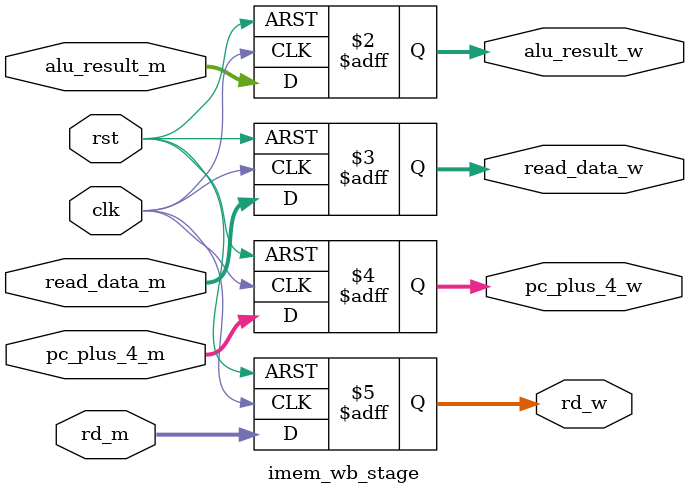
<source format=sv>


module imem_wb_stage (
       input logic         clk, rst,

       //input
       input logic [31:0]  alu_result_m, read_data_m, pc_plus_4_m,
       input logic [ 4:0]  rd_m,

       //output
       output logic [31:0] alu_result_w, read_data_w, pc_plus_4_w,
       output logic [ 4:0] rd_w
);

always_ff @ (posedge clk or posedge rst)
begin
    if (rst) begin 
        alu_result_w <= 0;
        read_data_w  <= 0;
        pc_plus_4_w  <= 0;
        rd_w         <= 0;
    end

    else begin
        alu_result_w <= alu_result_m;
        read_data_w  <= read_data_m;
        pc_plus_4_w  <= pc_plus_4_m;
        rd_w         <= rd_m;
    end

end


endmodule
</source>
